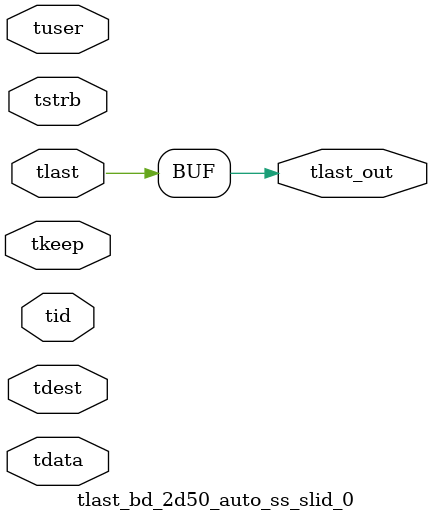
<source format=v>


`timescale 1ps/1ps

module tlast_bd_2d50_auto_ss_slid_0 #
(
parameter C_S_AXIS_TID_WIDTH   = 1,
parameter C_S_AXIS_TUSER_WIDTH = 0,
parameter C_S_AXIS_TDATA_WIDTH = 0,
parameter C_S_AXIS_TDEST_WIDTH = 0
)
(
input  [(C_S_AXIS_TID_WIDTH   == 0 ? 1 : C_S_AXIS_TID_WIDTH)-1:0       ] tid,
input  [(C_S_AXIS_TDATA_WIDTH == 0 ? 1 : C_S_AXIS_TDATA_WIDTH)-1:0     ] tdata,
input  [(C_S_AXIS_TUSER_WIDTH == 0 ? 1 : C_S_AXIS_TUSER_WIDTH)-1:0     ] tuser,
input  [(C_S_AXIS_TDEST_WIDTH == 0 ? 1 : C_S_AXIS_TDEST_WIDTH)-1:0     ] tdest,
input  [(C_S_AXIS_TDATA_WIDTH/8)-1:0 ] tkeep,
input  [(C_S_AXIS_TDATA_WIDTH/8)-1:0 ] tstrb,
input  [0:0]                                                             tlast,
output                                                                   tlast_out
);

assign tlast_out = {tlast};

endmodule


</source>
